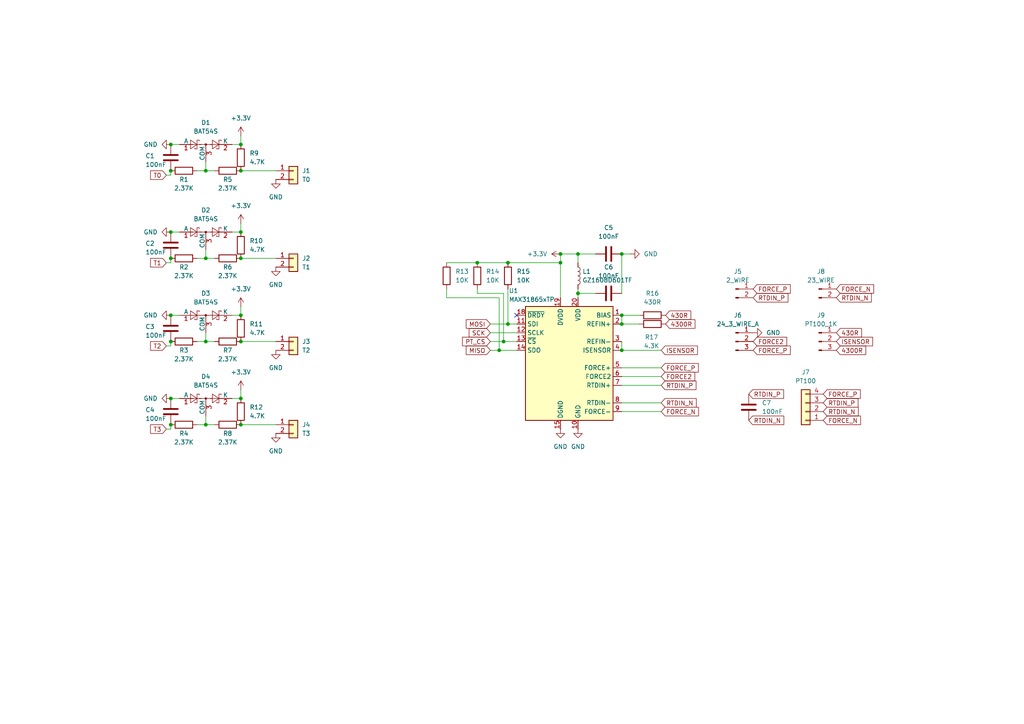
<source format=kicad_sch>
(kicad_sch (version 20231120) (generator "eeschema") (generator_version "8.0")
  (paper "A4")
  (title_block (title "CANBus Checkpoint") (date "2024-05-18") (rev "v1.1.0") (comment 1 "creativecommons.org/licenses/by-sa/4.0/") (comment 2 "License: CC BY-SA 4.0") (comment 3 "Author: Michael Smith"))
  (lib_symbols
    (symbol "Connector:Conn_01x02_Pin" (pin_names (offset 1.016) hide)
      (property "Reference" "J" (at 0 2.54 0))
      (property "Value" "Conn_01x02_Pin" (at 0 -5.08 0))
      (symbol "Conn_01x02_Pin_1_1"
        (polyline (pts (xy 1.27 -2.54) (xy 0.8636 -2.54)) (stroke (width 0.1524)))
        (polyline (pts (xy 1.27 0) (xy 0.8636 0)) (stroke (width 0.1524)))
        (rectangle (start 0.8636 -2.413) (end 0 -2.667) (stroke (width 0.1524)) (fill (type outline)))
        (rectangle (start 0.8636 0.127) (end 0 -0.127) (stroke (width 0.1524)) (fill (type outline)))
        (pin passive line (at 5.08 0 180) (length 3.81) (name "Pin_1") (number "1"))
        (pin passive line (at 5.08 -2.54 180) (length 3.81) (name "Pin_2") (number "2"))
      )
    )
    (symbol "Connector:Conn_01x03_Pin" (pin_names (offset 1.016) hide)
      (property "Reference" "J" (at 0 5.08 0))
      (property "Value" "Conn_01x03_Pin" (at 0 -5.08 0))
      (symbol "Conn_01x03_Pin_1_1"
        (polyline (pts (xy 1.27 -2.54) (xy 0.8636 -2.54)) (stroke (width 0.1524)))
        (polyline (pts (xy 1.27 0) (xy 0.8636 0)) (stroke (width 0.1524)))
        (polyline (pts (xy 1.27 2.54) (xy 0.8636 2.54)) (stroke (width 0.1524)))
        (rectangle (start 0.8636 -2.413) (end 0 -2.667) (stroke (width 0.1524)) (fill (type outline)))
        (rectangle (start 0.8636 0.127) (end 0 -0.127) (stroke (width 0.1524)) (fill (type outline)))
        (rectangle (start 0.8636 2.667) (end 0 2.413) (stroke (width 0.1524)) (fill (type outline)))
        (pin passive line (at 5.08 2.54 180) (length 3.81) (name "Pin_1") (number "1"))
        (pin passive line (at 5.08 0 180) (length 3.81) (name "Pin_2") (number "2"))
        (pin passive line (at 5.08 -2.54 180) (length 3.81) (name "Pin_3") (number "3"))
      )
    )
    (symbol "Connector_Generic:Conn_01x02" (pin_names (offset 1.016) hide)
      (property "Reference" "J" (at 0 2.54 0))
      (property "Value" "Conn_01x02" (at 0 -5.08 0))
      (symbol "Conn_01x02_1_1"
        (rectangle (start -1.27 -2.413) (end 0 -2.667) (stroke (width 0.1524)))
        (rectangle (start -1.27 0.127) (end 0 -0.127) (stroke (width 0.1524)))
        (rectangle (start -1.27 1.27) (end 1.27 -3.81) (stroke (width 0.254)) (fill (type background)))
        (pin passive line (at -5.08 0 0) (length 3.81) (name "Pin_1") (number "1"))
        (pin passive line (at -5.08 -2.54 0) (length 3.81) (name "Pin_2") (number "2"))
      )
    )
    (symbol "Connector_Generic:Conn_01x04" (pin_names (offset 1.016) hide)
      (property "Reference" "J" (at 0 5.08 0))
      (property "Value" "Conn_01x04" (at 0 -7.62 0))
      (symbol "Conn_01x04_1_1"
        (rectangle (start -1.27 -4.953) (end 0 -5.207) (stroke (width 0.1524)))
        (rectangle (start -1.27 -2.413) (end 0 -2.667) (stroke (width 0.1524)))
        (rectangle (start -1.27 0.127) (end 0 -0.127) (stroke (width 0.1524)))
        (rectangle (start -1.27 2.667) (end 0 2.413) (stroke (width 0.1524)))
        (rectangle (start -1.27 3.81) (end 1.27 -6.35) (stroke (width 0.254)) (fill (type background)))
        (pin passive line (at -5.08 2.54 0) (length 3.81) (name "Pin_1") (number "1"))
        (pin passive line (at -5.08 0 0) (length 3.81) (name "Pin_2") (number "2"))
        (pin passive line (at -5.08 -2.54 0) (length 3.81) (name "Pin_3") (number "3"))
        (pin passive line (at -5.08 -5.08 0) (length 3.81) (name "Pin_4") (number "4"))
      )
    )
    (symbol "Device:C" (pin_numbers hide) (pin_names (offset 0.254))
      (property "Reference" "C" (at 0.635 2.54 0))
      (property "Value" "C" (at 0.635 -2.54 0))
      (symbol "C_0_1"
        (polyline (pts (xy -2.032 -0.762) (xy 2.032 -0.762)) (stroke (width 0.508)))
        (polyline (pts (xy -2.032 0.762) (xy 2.032 0.762)) (stroke (width 0.508)))
      )
      (symbol "C_1_1"
        (pin passive line (at 0 3.81 270) (length 2.794) (name "~") (number "1"))
        (pin passive line (at 0 -3.81 90) (length 2.794) (name "~") (number "2"))
      )
    )
    (symbol "Device:L" (pin_numbers hide) (pin_names (offset 1.016) hide)
      (property "Reference" "L" (at -1.27 0 90))
      (property "Value" "L" (at 1.905 0 90))
      (symbol "L_0_1"
        (arc (start 0 -2.54) (mid 0.6323 -1.905) (end 0 -1.27))
        (arc (start 0 -1.27) (mid 0.6323 -0.635) (end 0 0))
        (arc (start 0 0) (mid 0.6323 0.635) (end 0 1.27))
        (arc (start 0 1.27) (mid 0.6323 1.905) (end 0 2.54))
      )
      (symbol "L_1_1"
        (pin passive line (at 0 3.81 270) (length 1.27) (name "1") (number "1"))
        (pin passive line (at 0 -3.81 90) (length 1.27) (name "2") (number "2"))
      )
    )
    (symbol "Device:R" (pin_numbers hide) (pin_names (offset 0))
      (property "Reference" "R" (at 2.032 0 90))
      (property "Value" "R" (at 0 0 90))
      (symbol "R_0_1"
        (rectangle (start -1.016 -2.54) (end 1.016 2.54) (stroke (width 0.254)))
      )
      (symbol "R_1_1"
        (pin passive line (at 0 3.81 270) (length 1.27) (name "~") (number "1"))
        (pin passive line (at 0 -3.81 90) (length 1.27) (name "~") (number "2"))
      )
    )
    (symbol "Diode:BAT54S" (pin_names (offset 0))
      (property "Reference" "D" (at 2.54 -5.08 0))
      (property "Value" "BAT54S" (at -6.35 3.175 0))
      (symbol "BAT54S_0_1"
        (polyline (pts (xy -3.81 0) (xy -1.27 0)))
        (polyline (pts (xy -3.175 -1.27) (xy -3.175 -1.016)))
        (polyline (pts (xy -2.54 -1.27) (xy -3.175 -1.27)))
        (polyline (pts (xy -2.54 -1.27) (xy -2.54 1.27)))
        (polyline (pts (xy -2.54 1.27) (xy -1.905 1.27)))
        (polyline (pts (xy -1.905 0) (xy 1.905 0)))
        (polyline (pts (xy -1.905 1.27) (xy -1.905 1.016)))
        (polyline (pts (xy 1.27 0) (xy 3.81 0)))
        (polyline (pts (xy 3.175 -1.27) (xy 3.175 -1.016)))
        (polyline (pts (xy 3.81 -1.27) (xy 3.175 -1.27)))
        (polyline (pts (xy 3.81 -1.27) (xy 3.81 1.27)))
        (polyline (pts (xy 3.81 1.27) (xy 4.445 1.27)))
        (polyline (pts (xy 4.445 1.27) (xy 4.445 1.016)))
        (polyline (pts (xy -4.445 1.27) (xy -4.445 -1.27) (xy -2.54 0) (xy -4.445 1.27)))
        (polyline (pts (xy 1.905 1.27) (xy 1.905 -1.27) (xy 3.81 0) (xy 1.905 1.27)))
        (circle (center 0 0) (radius 0.254) (fill (type outline)))
      )
      (symbol "BAT54S_1_1"
        (pin passive line (at -7.62 0 0) (length 3.81) (name "A") (number "1"))
        (pin passive line (at 7.62 0 180) (length 3.81) (name "K") (number "2"))
        (pin passive line (at 0 -5.08 90) (length 5.08) (name "COM") (number "3"))
      )
    )
    (symbol "Sensor_Temperature:MAX31865xTP"
      (property "Reference" "U" (at -11.43 19.05 0))
      (property "Value" "MAX31865xTP" (at 10.16 19.05 0))
      (symbol "MAX31865xTP_0_1"
        (rectangle (start -12.7 17.78) (end 12.7 -15.24) (stroke (width 0.254)) (fill (type background)))
      )
      (symbol "MAX31865xTP_1_1"
        (pin power_out line (at 15.24 15.24 180) (length 2.54) (name "BIAS") (number "1"))
        (pin power_in line (at 2.54 -17.78 90) (length 2.54) (name "GND") (number "10"))
        (pin input line (at -15.24 12.7 0) (length 2.54) (name "SDI") (number "11"))
        (pin input line (at -15.24 10.16 0) (length 2.54) (name "SCLK") (number "12"))
        (pin input line (at -15.24 7.62 0) (length 2.54) (name "~{CS}") (number "13"))
        (pin tri_state line (at -15.24 5.08 0) (length 2.54) (name "SDO") (number "14"))
        (pin power_in line (at -2.54 -17.78 90) (length 2.54) (name "DGND") (number "15"))
        (pin passive line (at 2.54 -17.78 90) (length 2.54) hide (name "GND") (number "16"))
        (pin no_connect line (at -12.7 -2.54 0) (length 2.54) hide (name "NC") (number "17"))
        (pin output line (at -15.24 15.24 0) (length 2.54) (name "~{DRDY}") (number "18"))
        (pin power_in line (at -2.54 20.32 270) (length 2.54) (name "DVDD") (number "19"))
        (pin input line (at 15.24 12.7 180) (length 2.54) (name "REFIN+") (number "2"))
        (pin power_in line (at 2.54 20.32 270) (length 2.54) (name "VDD") (number "20"))
        (pin passive line (at 2.54 -17.78 90) (length 2.54) hide (name "GND") (number "21"))
        (pin input line (at 15.24 7.62 180) (length 2.54) (name "REFIN-") (number "3"))
        (pin passive line (at 15.24 5.08 180) (length 2.54) (name "ISENSOR") (number "4"))
        (pin passive line (at 15.24 0 180) (length 2.54) (name "FORCE+") (number "5"))
        (pin input line (at 15.24 -2.54 180) (length 2.54) (name "FORCE2") (number "6"))
        (pin input line (at 15.24 -5.08 180) (length 2.54) (name "RTDIN+") (number "7"))
        (pin input line (at 15.24 -10.16 180) (length 2.54) (name "RTDIN-") (number "8"))
        (pin power_out line (at 15.24 -12.7 180) (length 2.54) (name "FORCE-") (number "9"))
      )
    )
    (symbol "power:+3.3V" (power) (pin_numbers hide) (pin_names (offset 0) hide)
      (property "Value" "+3.3V" (at 0 3.556 0))
      (symbol "+3.3V_0_1"
        (polyline (pts (xy -0.762 1.27) (xy 0 2.54)))
        (polyline (pts (xy 0 0) (xy 0 2.54)))
        (polyline (pts (xy 0 2.54) (xy 0.762 1.27)))
      )
      (symbol "+3.3V_1_1"
        (pin power_in line (at 0 0 90) (length 0) (name "~") (number "1"))
      )
    )
    (symbol "power:GND" (power) (pin_numbers hide) (pin_names (offset 0) hide)
      (property "Value" "GND" (at 0 -3.81 0))
      (symbol "GND_0_1"
        (polyline (pts (xy 0 0) (xy 0 -1.27) (xy 1.27 -1.27) (xy 0 -2.54) (xy -1.27 -1.27) (xy 0 -1.27)))
      )
      (symbol "GND_1_1"
        (pin power_in line (at 0 0 270) (length 0) (name "~") (number "1"))
      )
    )
  )
  (junction (at 59.69 74.93))
  (junction (at 49.53 74.93))
  (junction (at 49.53 115.57))
  (junction (at 180.34 93.98))
  (junction (at 138.43 76.2))
  (junction (at 69.85 91.44))
  (junction (at 59.69 99.06))
  (junction (at 147.32 76.2))
  (junction (at 49.53 91.44))
  (junction (at 162.56 76.2))
  (junction (at 69.85 74.93))
  (junction (at 180.34 73.66))
  (junction (at 180.34 91.44))
  (junction (at 69.85 99.06))
  (junction (at 144.78 101.6))
  (junction (at 49.53 49.53))
  (junction (at 167.64 73.66))
  (junction (at 59.69 49.53))
  (junction (at 147.32 93.98))
  (junction (at 146.05 99.06))
  (junction (at 49.53 99.06))
  (junction (at 49.53 123.19))
  (junction (at 69.85 115.57))
  (junction (at 162.56 73.66))
  (junction (at 69.85 49.53))
  (junction (at 69.85 67.31))
  (junction (at 180.34 101.6))
  (junction (at 49.53 41.91))
  (junction (at 69.85 41.91))
  (junction (at 59.69 123.19))
  (junction (at 167.64 85.09))
  (junction (at 49.53 67.31))
  (junction (at 69.85 123.19))
  (no_connect (at 149.86 91.44))
  (wire (pts (xy 147.32 93.98) (xy 149.86 93.98)))
  (wire (pts (xy 138.43 76.2) (xy 147.32 76.2)))
  (wire (pts (xy 59.69 120.65) (xy 59.69 123.19)))
  (wire (pts (xy 172.72 73.66) (xy 167.64 73.66)))
  (wire (pts (xy 67.31 115.57) (xy 69.85 115.57)))
  (wire (pts (xy 59.69 46.99) (xy 59.69 49.53)))
  (wire (pts (xy 167.64 73.66) (xy 167.64 76.2)))
  (wire (pts (xy 180.34 119.38) (xy 191.77 119.38)))
  (wire (pts (xy 57.15 49.53) (xy 59.69 49.53)))
  (wire (pts (xy 147.32 76.2) (xy 162.56 76.2)))
  (wire (pts (xy 180.34 111.76) (xy 191.77 111.76)))
  (wire (pts (xy 180.34 93.98) (xy 180.34 91.44)))
  (wire (pts (xy 59.69 99.06) (xy 62.23 99.06)))
  (wire (pts (xy 49.53 91.44) (xy 52.07 91.44)))
  (wire (pts (xy 49.53 41.91) (xy 52.07 41.91)))
  (wire (pts (xy 48.26 124.46) (xy 49.53 124.46)))
  (wire (pts (xy 180.34 73.66) (xy 182.88 73.66)))
  (wire (pts (xy 49.53 74.93) (xy 49.53 76.2)))
  (wire (pts (xy 49.53 123.19) (xy 49.53 124.46)))
  (wire (pts (xy 129.54 86.36) (xy 129.54 83.82)))
  (wire (pts (xy 59.69 49.53) (xy 62.23 49.53)))
  (wire (pts (xy 49.53 115.57) (xy 52.07 115.57)))
  (wire (pts (xy 167.64 83.82) (xy 167.64 85.09)))
  (wire (pts (xy 48.26 50.8) (xy 49.53 50.8)))
  (wire (pts (xy 69.85 39.37) (xy 69.85 41.91)))
  (wire (pts (xy 191.77 101.6) (xy 180.34 101.6)))
  (wire (pts (xy 59.69 96.52) (xy 59.69 99.06)))
  (wire (pts (xy 142.24 96.52) (xy 149.86 96.52)))
  (wire (pts (xy 57.15 74.93) (xy 59.69 74.93)))
  (wire (pts (xy 167.64 85.09) (xy 167.64 86.36)))
  (wire (pts (xy 69.85 74.93) (xy 80.01 74.93)))
  (wire (pts (xy 69.85 64.77) (xy 69.85 67.31)))
  (wire (pts (xy 180.34 73.66) (xy 180.34 85.09)))
  (wire (pts (xy 180.34 93.98) (xy 185.42 93.98)))
  (wire (pts (xy 69.85 113.03) (xy 69.85 115.57)))
  (wire (pts (xy 144.78 101.6) (xy 149.86 101.6)))
  (wire (pts (xy 162.56 76.2) (xy 162.56 86.36)))
  (wire (pts (xy 59.69 72.39) (xy 59.69 74.93)))
  (wire (pts (xy 57.15 123.19) (xy 59.69 123.19)))
  (wire (pts (xy 144.78 86.36) (xy 144.78 101.6)))
  (wire (pts (xy 180.34 106.68) (xy 191.77 106.68)))
  (wire (pts (xy 129.54 76.2) (xy 138.43 76.2)))
  (wire (pts (xy 180.34 91.44) (xy 185.42 91.44)))
  (wire (pts (xy 162.56 73.66) (xy 167.64 73.66)))
  (wire (pts (xy 59.69 123.19) (xy 62.23 123.19)))
  (wire (pts (xy 67.31 67.31) (xy 69.85 67.31)))
  (wire (pts (xy 142.24 101.6) (xy 144.78 101.6)))
  (wire (pts (xy 138.43 85.09) (xy 138.43 83.82)))
  (wire (pts (xy 180.34 116.84) (xy 191.77 116.84)))
  (wire (pts (xy 48.26 100.33) (xy 49.53 100.33)))
  (wire (pts (xy 67.31 91.44) (xy 69.85 91.44)))
  (wire (pts (xy 49.53 49.53) (xy 49.53 50.8)))
  (wire (pts (xy 69.85 99.06) (xy 80.01 99.06)))
  (wire (pts (xy 180.34 109.22) (xy 191.77 109.22)))
  (wire (pts (xy 142.24 93.98) (xy 147.32 93.98)))
  (wire (pts (xy 69.85 49.53) (xy 80.01 49.53)))
  (wire (pts (xy 146.05 85.09) (xy 138.43 85.09)))
  (wire (pts (xy 69.85 123.19) (xy 80.01 123.19)))
  (wire (pts (xy 146.05 85.09) (xy 146.05 99.06)))
  (wire (pts (xy 49.53 67.31) (xy 52.07 67.31)))
  (wire (pts (xy 144.78 86.36) (xy 129.54 86.36)))
  (wire (pts (xy 69.85 88.9) (xy 69.85 91.44)))
  (wire (pts (xy 142.24 99.06) (xy 146.05 99.06)))
  (wire (pts (xy 146.05 99.06) (xy 149.86 99.06)))
  (wire (pts (xy 48.26 76.2) (xy 49.53 76.2)))
  (wire (pts (xy 67.31 41.91) (xy 69.85 41.91)))
  (wire (pts (xy 180.34 101.6) (xy 180.34 99.06)))
  (wire (pts (xy 49.53 99.06) (xy 49.53 100.33)))
  (wire (pts (xy 147.32 83.82) (xy 147.32 93.98)))
  (wire (pts (xy 172.72 85.09) (xy 167.64 85.09)))
  (wire (pts (xy 57.15 99.06) (xy 59.69 99.06)))
  (wire (pts (xy 59.69 74.93) (xy 62.23 74.93)))
  (wire (pts (xy 162.56 73.66) (xy 162.56 76.2)))
  (global_label "FORCE_N" (shape input) (at 191.77 119.38 0) (property "Intersheetrefs" "${INTERSHEET_REFS}" (effects (hide yes))))
  (global_label "RTDIN_P" (shape input) (at 218.44 86.36 0) (property "Intersheetrefs" "${INTERSHEET_REFS}" (effects (hide yes))))
  (global_label "FORCE_N" (shape input) (at 242.57 83.82 0) (property "Intersheetrefs" "${INTERSHEET_REFS}" (effects (hide yes))))
  (global_label "FORCE_P" (shape input) (at 191.77 106.68 0) (property "Intersheetrefs" "${INTERSHEET_REFS}" (effects (hide yes))))
  (global_label "RTDIN_P" (shape input) (at 217.17 114.3 0) (property "Intersheetrefs" "${INTERSHEET_REFS}" (effects (hide yes))))
  (global_label "MOSI" (shape input) (at 142.24 93.98 180) (property "Intersheetrefs" "${INTERSHEET_REFS}" (effects (hide yes))))
  (global_label "RTDIN_N" (shape input) (at 191.77 116.84 0) (property "Intersheetrefs" "${INTERSHEET_REFS}" (effects (hide yes))))
  (global_label "T2" (shape input) (at 48.26 100.33 180) (property "Intersheetrefs" "${INTERSHEET_REFS}" (effects (hide yes))))
  (global_label "430R" (shape input) (at 242.57 96.52 0) (property "Intersheetrefs" "${INTERSHEET_REFS}" (effects (hide yes))))
  (global_label "FORCE2" (shape input) (at 191.77 109.22 0) (property "Intersheetrefs" "${INTERSHEET_REFS}" (effects (hide yes))))
  (global_label "RTDIN_N" (shape input) (at 242.57 86.36 0) (property "Intersheetrefs" "${INTERSHEET_REFS}" (effects (hide yes))))
  (global_label "RTDIN_P" (shape input) (at 238.76 116.84 0) (property "Intersheetrefs" "${INTERSHEET_REFS}" (effects (hide yes))))
  (global_label "RTDIN_N" (shape input) (at 238.76 119.38 0) (property "Intersheetrefs" "${INTERSHEET_REFS}" (effects (hide yes))))
  (global_label "T3" (shape input) (at 48.26 124.46 180) (property "Intersheetrefs" "${INTERSHEET_REFS}" (effects (hide yes))))
  (global_label "PT_CS" (shape input) (at 142.24 99.06 180) (property "Intersheetrefs" "${INTERSHEET_REFS}" (effects (hide yes))))
  (global_label "ISENSOR" (shape input) (at 191.77 101.6 0) (property "Intersheetrefs" "${INTERSHEET_REFS}" (effects (hide yes))))
  (global_label "FORCE_P" (shape input) (at 218.44 101.6 0) (property "Intersheetrefs" "${INTERSHEET_REFS}" (effects (hide yes))))
  (global_label "FORCE2" (shape input) (at 218.44 99.06 0) (property "Intersheetrefs" "${INTERSHEET_REFS}" (effects (hide yes))))
  (global_label "ISENSOR" (shape input) (at 242.57 99.06 0) (property "Intersheetrefs" "${INTERSHEET_REFS}" (effects (hide yes))))
  (global_label "RTDIN_P" (shape input) (at 191.77 111.76 0) (property "Intersheetrefs" "${INTERSHEET_REFS}" (effects (hide yes))))
  (global_label "MISO" (shape input) (at 142.24 101.6 180) (property "Intersheetrefs" "${INTERSHEET_REFS}" (effects (hide yes))))
  (global_label "T1" (shape input) (at 48.26 76.2 180) (property "Intersheetrefs" "${INTERSHEET_REFS}" (effects (hide yes))))
  (global_label "4300R" (shape input) (at 242.57 101.6 0) (property "Intersheetrefs" "${INTERSHEET_REFS}" (effects (hide yes))))
  (global_label "FORCE_P" (shape input) (at 238.76 114.3 0) (property "Intersheetrefs" "${INTERSHEET_REFS}" (effects (hide yes))))
  (global_label "4300R" (shape input) (at 193.04 93.98 0) (property "Intersheetrefs" "${INTERSHEET_REFS}" (effects (hide yes))))
  (global_label "T0" (shape input) (at 48.26 50.8 180) (property "Intersheetrefs" "${INTERSHEET_REFS}" (effects (hide yes))))
  (global_label "RTDIN_N" (shape input) (at 217.17 121.92 0) (property "Intersheetrefs" "${INTERSHEET_REFS}" (effects (hide yes))))
  (global_label "SCK" (shape input) (at 142.24 96.52 180) (property "Intersheetrefs" "${INTERSHEET_REFS}" (effects (hide yes))))
  (global_label "430R" (shape input) (at 193.04 91.44 0) (property "Intersheetrefs" "${INTERSHEET_REFS}" (effects (hide yes))))
  (global_label "FORCE_P" (shape input) (at 218.44 83.82 0) (property "Intersheetrefs" "${INTERSHEET_REFS}" (effects (hide yes))))
  (global_label "FORCE_N" (shape input) (at 238.76 121.92 0) (property "Intersheetrefs" "${INTERSHEET_REFS}" (effects (hide yes))))
  (symbol (lib_id "power:+3.3V") (at 69.85 39.37 0) (unit 1)
    (property "Reference" "#PWR05" (effects (hide yes)))
    (property "Value" "+3.3V" (at 69.85 34.29 0))
    (property "Description" "Power symbol creates a global label with name \"+3.3V\"" (effects (hide yes)))
  )
  (symbol (lib_id "Device:R") (at 138.43 80.01 0) (unit 1)
    (property "Reference" "R14" (at 140.97 78.7399 0) (effects (justify left)))
    (property "Value" "10K" (at 140.97 81.2799 0) (effects (justify left)))
    (property "Footprint" "Resistor_SMD:R_0603_1608Metric" (effects (hide yes)))
    (property "Description" "Resistor" (effects (hide yes)))
  )
  (symbol (lib_id "power:GND") (at 218.44 96.52 90) (unit 1)
    (property "Reference" "#PWR017" (effects (hide yes)))
    (property "Value" "GND" (at 222.25 96.5199 90) (effects (justify right)))
    (property "Description" "Power symbol creates a global label with name \"GND\" , ground" (effects (hide yes)))
  )
  (symbol (lib_id "Device:C") (at 217.17 118.11 0) (unit 1)
    (property "Reference" "C7" (at 220.98 116.8399 0) (effects (justify left)))
    (property "Value" "100nF" (at 220.98 119.3799 0) (effects (justify left)))
    (property "Footprint" "Capacitor_SMD:C_0402_1005Metric" (effects (hide yes)))
    (property "Description" "Unpolarized capacitor" (effects (hide yes)))
  )
  (symbol (lib_id "Device:R") (at 53.34 74.93 90) (unit 1)
    (property "Reference" "R2" (at 53.34 77.47 90))
    (property "Value" "2.37K" (at 53.34 80.01 90))
    (property "Footprint" "Resistor_SMD:R_0603_1608Metric" (effects (hide yes)))
    (property "Description" "Resistor" (effects (hide yes)))
  )
  (symbol (lib_id "Device:R") (at 66.04 123.19 90) (unit 1)
    (property "Reference" "R8" (at 66.04 125.73 90))
    (property "Value" "2.37K" (at 66.04 128.27 90))
    (property "Footprint" "Resistor_SMD:R_0603_1608Metric" (effects (hide yes)))
    (property "Description" "Resistor" (effects (hide yes)))
  )
  (symbol (lib_id "power:+3.3V") (at 69.85 88.9 0) (unit 1)
    (property "Reference" "#PWR07" (effects (hide yes)))
    (property "Value" "+3.3V" (at 69.85 83.82 0))
    (property "Description" "Power symbol creates a global label with name \"+3.3V\"" (effects (hide yes)))
  )
  (symbol (lib_id "Connector:Conn_01x03_Pin") (at 237.49 99.06 0) (unit 1)
    (property "Reference" "J9" (at 238.125 91.44 0))
    (property "Value" "PT100_1K" (at 238.125 93.98 0))
    (property "Footprint" "Connector_PinHeader_2.54mm:PinHeader_1x03_P2.54mm_Vertical" (effects (hide yes)))
    (property "Description" "Generic connector, single row, 01x03, script generated" (effects (hide yes)))
  )
  (symbol (lib_id "Device:R") (at 53.34 123.19 90) (unit 1)
    (property "Reference" "R4" (at 53.34 125.73 90))
    (property "Value" "2.37K" (at 53.34 128.27 90))
    (property "Footprint" "Resistor_SMD:R_0603_1608Metric" (effects (hide yes)))
    (property "Description" "Resistor" (effects (hide yes)))
  )
  (symbol (lib_id "Diode:BAT54S") (at 59.69 91.44 0) (unit 1)
    (property "Reference" "D3" (at 59.69 85.09 0))
    (property "Value" "BAT54S" (at 59.69 87.63 0))
    (property "Footprint" "Package_TO_SOT_SMD:SOT-23" (effects (hide yes)))
    (property "Datasheet" "https://www.diodes.com/assets/Datasheets/ds11005.pdf" (effects (hide yes)))
    (property "Description" "Vr 30V, If 200mA, Dual schottky barrier diode, in series, SOT-323" (effects (hide yes)))
  )
  (symbol (lib_id "Diode:BAT54S") (at 59.69 67.31 0) (unit 1)
    (property "Reference" "D2" (at 59.69 60.96 0))
    (property "Value" "BAT54S" (at 59.69 63.5 0))
    (property "Footprint" "Package_TO_SOT_SMD:SOT-23" (effects (hide yes)))
    (property "Datasheet" "https://www.diodes.com/assets/Datasheets/ds11005.pdf" (effects (hide yes)))
    (property "Description" "Vr 30V, If 200mA, Dual schottky barrier diode, in series, SOT-323" (effects (hide yes)))
  )
  (symbol (lib_id "Device:R") (at 69.85 71.12 0) (unit 1)
    (property "Reference" "R10" (at 72.39 69.8499 0) (effects (justify left)))
    (property "Value" "4.7K" (at 72.39 72.3899 0) (effects (justify left)))
    (property "Footprint" "Resistor_SMD:R_0603_1608Metric" (effects (hide yes)))
    (property "Description" "Resistor" (effects (hide yes)))
  )
  (symbol (lib_id "Device:R") (at 53.34 99.06 90) (unit 1)
    (property "Reference" "R3" (at 53.34 101.6 90))
    (property "Value" "2.37K" (at 53.34 104.14 90))
    (property "Footprint" "Resistor_SMD:R_0603_1608Metric" (effects (hide yes)))
    (property "Description" "Resistor" (effects (hide yes)))
  )
  (symbol (lib_id "Device:R") (at 66.04 49.53 90) (unit 1)
    (property "Reference" "R5" (at 66.04 52.07 90))
    (property "Value" "2.37K" (at 66.04 54.61 90))
    (property "Footprint" "Resistor_SMD:R_0603_1608Metric" (effects (hide yes)))
    (property "Description" "Resistor" (effects (hide yes)))
  )
  (symbol (lib_id "Diode:BAT54S") (at 59.69 115.57 0) (unit 1)
    (property "Reference" "D4" (at 59.69 109.22 0))
    (property "Value" "BAT54S" (at 59.69 111.76 0))
    (property "Footprint" "Package_TO_SOT_SMD:SOT-23" (effects (hide yes)))
    (property "Datasheet" "https://www.diodes.com/assets/Datasheets/ds11005.pdf" (effects (hide yes)))
    (property "Description" "Vr 30V, If 200mA, Dual schottky barrier diode, in series, SOT-323" (effects (hide yes)))
  )
  (symbol (lib_id "Device:R") (at 66.04 99.06 90) (unit 1)
    (property "Reference" "R7" (at 66.04 101.6 90))
    (property "Value" "2.37K" (at 66.04 104.14 90))
    (property "Footprint" "Resistor_SMD:R_0603_1608Metric" (effects (hide yes)))
    (property "Description" "Resistor" (effects (hide yes)))
  )
  (symbol (lib_id "Sensor_Temperature:MAX31865xTP") (at 165.1 106.68 0) (unit 1)
    (property "Reference" "U1" (at 147.574 84.328 0) (effects (justify left)))
    (property "Value" "MAX31865xTP" (at 147.574 86.868 0) (effects (justify left)))
    (property "Footprint" "Package_DFN_QFN:TQFN-20-1EP_5x5mm_P0.65mm_EP3.25x3.25mm" (effects (hide yes)))
    (property "Datasheet" "https://datasheets.maximintegrated.com/en/ds/MAX31865.pdf" (effects (hide yes)))
    (property "Description" "RTD-to-Digital Converter, TQFN-20" (effects (hide yes)))
  )
  (symbol (lib_id "power:GND") (at 182.88 73.66 90) (unit 1)
    (property "Reference" "#PWR016" (effects (hide yes)))
    (property "Value" "GND" (at 186.69 73.6599 90) (effects (justify right)))
    (property "Description" "Power symbol creates a global label with name \"GND\" , ground" (effects (hide yes)))
  )
  (symbol (lib_id "Diode:BAT54S") (at 59.69 41.91 0) (unit 1)
    (property "Reference" "D1" (at 59.69 35.56 0))
    (property "Value" "BAT54S" (at 59.69 38.1 0))
    (property "Footprint" "Package_TO_SOT_SMD:SOT-23" (effects (hide yes)))
    (property "Datasheet" "https://www.diodes.com/assets/Datasheets/ds11005.pdf" (effects (hide yes)))
    (property "Description" "Vr 30V, If 200mA, Dual schottky barrier diode, in series, SOT-323" (effects (hide yes)))
  )
  (symbol (lib_id "power:GND") (at 162.56 124.46 0) (unit 1)
    (property "Reference" "#PWR014" (effects (hide yes)))
    (property "Value" "GND" (at 162.56 129.54 0))
    (property "Description" "Power symbol creates a global label with name \"GND\" , ground" (effects (hide yes)))
  )
  (symbol (lib_id "power:GND") (at 80.01 125.73 0) (unit 1)
    (property "Reference" "#PWR012" (effects (hide yes)))
    (property "Value" "GND" (at 80.01 130.81 0))
    (property "Description" "Power symbol creates a global label with name \"GND\" , ground" (effects (hide yes)))
  )
  (symbol (lib_id "Device:R") (at 69.85 45.72 0) (unit 1)
    (property "Reference" "R9" (at 72.39 44.4499 0) (effects (justify left)))
    (property "Value" "4.7K" (at 72.39 46.9899 0) (effects (justify left)))
    (property "Footprint" "Resistor_SMD:R_0603_1608Metric" (effects (hide yes)))
    (property "Description" "Resistor" (effects (hide yes)))
  )
  (symbol (lib_id "power:GND") (at 80.01 52.07 0) (unit 1)
    (property "Reference" "#PWR09" (effects (hide yes)))
    (property "Value" "GND" (at 80.01 57.15 0))
    (property "Description" "Power symbol creates a global label with name \"GND\" , ground" (effects (hide yes)))
  )
  (symbol (lib_id "power:GND") (at 49.53 115.57 270) (unit 1)
    (property "Reference" "#PWR04" (effects (hide yes)))
    (property "Value" "GND" (at 45.72 115.5699 90) (effects (justify right)))
    (property "Description" "Power symbol creates a global label with name \"GND\" , ground" (effects (hide yes)))
  )
  (symbol (lib_id "Connector_Generic:Conn_01x02") (at 85.09 99.06 0) (unit 1)
    (property "Reference" "J3" (at 87.63 99.0599 0) (effects (justify left)))
    (property "Value" "T2" (at 87.63 101.5999 0) (effects (justify left)))
    (property "Footprint" "Connector_JST:JST_XH_B2B-XH-A_1x02_P2.50mm_Vertical" (effects (hide yes)))
    (property "Description" "Generic connector, single row, 01x02, script generated (kicad-library-utils/schlib/autogen/connector/)" (effects (hide yes)))
  )
  (symbol (lib_id "power:GND") (at 167.64 124.46 0) (unit 1)
    (property "Reference" "#PWR015" (effects (hide yes)))
    (property "Value" "GND" (at 167.64 129.54 0))
    (property "Description" "Power symbol creates a global label with name \"GND\" , ground" (effects (hide yes)))
  )
  (symbol (lib_id "power:+3.3V") (at 69.85 64.77 0) (unit 1)
    (property "Reference" "#PWR06" (effects (hide yes)))
    (property "Value" "+3.3V" (at 69.85 59.69 0))
    (property "Description" "Power symbol creates a global label with name \"+3.3V\"" (effects (hide yes)))
  )
  (symbol (lib_id "Device:C") (at 49.53 95.25 180) (unit 1)
    (property "Reference" "C3" (at 42.164 94.742 0) (effects (justify right)))
    (property "Value" "100nF" (at 42.164 97.282 0) (effects (justify right)))
    (property "Footprint" "Capacitor_SMD:C_0402_1005Metric" (effects (hide yes)))
    (property "Description" "Unpolarized capacitor" (effects (hide yes)))
  )
  (symbol (lib_id "power:GND") (at 80.01 77.47 0) (unit 1)
    (property "Reference" "#PWR010" (effects (hide yes)))
    (property "Value" "GND" (at 80.01 82.55 0))
    (property "Description" "Power symbol creates a global label with name \"GND\" , ground" (effects (hide yes)))
  )
  (symbol (lib_id "Device:R") (at 69.85 119.38 0) (unit 1)
    (property "Reference" "R12" (at 72.39 118.1099 0) (effects (justify left)))
    (property "Value" "4.7K" (at 72.39 120.6499 0) (effects (justify left)))
    (property "Footprint" "Resistor_SMD:R_0603_1608Metric" (effects (hide yes)))
    (property "Description" "Resistor" (effects (hide yes)))
  )
  (symbol (lib_id "power:GND") (at 49.53 41.91 270) (unit 1)
    (property "Reference" "#PWR01" (effects (hide yes)))
    (property "Value" "GND" (at 45.72 41.9099 90) (effects (justify right)))
    (property "Description" "Power symbol creates a global label with name \"GND\" , ground" (effects (hide yes)))
  )
  (symbol (lib_id "Connector:Conn_01x02_Pin") (at 237.49 83.82 0) (unit 1)
    (property "Reference" "J8" (at 238.125 78.74 0))
    (property "Value" "23_WIRE" (at 238.125 81.28 0))
    (property "Footprint" "Connector_PinHeader_2.54mm:PinHeader_1x02_P2.54mm_Vertical" (effects (hide yes)))
    (property "Description" "Generic connector, single row, 01x02, script generated" (effects (hide yes)))
  )
  (symbol (lib_id "Connector_Generic:Conn_01x02") (at 85.09 123.19 0) (unit 1)
    (property "Reference" "J4" (at 87.63 123.1899 0) (effects (justify left)))
    (property "Value" "T3" (at 87.63 125.7299 0) (effects (justify left)))
    (property "Footprint" "Connector_JST:JST_XH_B2B-XH-A_1x02_P2.50mm_Vertical" (effects (hide yes)))
    (property "Description" "Generic connector, single row, 01x02, script generated (kicad-library-utils/schlib/autogen/connector/)" (effects (hide yes)))
  )
  (symbol (lib_id "Device:C") (at 49.53 119.38 180) (unit 1)
    (property "Reference" "C4" (at 42.164 118.872 0) (effects (justify right)))
    (property "Value" "100nF" (at 42.164 121.412 0) (effects (justify right)))
    (property "Footprint" "Capacitor_SMD:C_0402_1005Metric" (effects (hide yes)))
    (property "Description" "Unpolarized capacitor" (effects (hide yes)))
  )
  (symbol (lib_id "Device:R") (at 53.34 49.53 90) (unit 1)
    (property "Reference" "R1" (at 53.34 52.07 90))
    (property "Value" "2.37K" (at 53.34 54.61 90))
    (property "Footprint" "Resistor_SMD:R_0603_1608Metric" (effects (hide yes)))
    (property "Description" "Resistor" (effects (hide yes)))
  )
  (symbol (lib_id "Connector:Conn_01x02_Pin") (at 213.36 83.82 0) (unit 1)
    (property "Reference" "J5" (at 213.995 78.74 0))
    (property "Value" "2_WIRE" (at 213.995 81.28 0))
    (property "Footprint" "Connector_PinHeader_2.54mm:PinHeader_1x02_P2.54mm_Vertical" (effects (hide yes)))
    (property "Description" "Generic connector, single row, 01x02, script generated" (effects (hide yes)))
  )
  (symbol (lib_id "Device:R") (at 147.32 80.01 0) (unit 1)
    (property "Reference" "R15" (at 149.86 78.7399 0) (effects (justify left)))
    (property "Value" "10K" (at 149.86 81.2799 0) (effects (justify left)))
    (property "Footprint" "Resistor_SMD:R_0603_1608Metric" (effects (hide yes)))
    (property "Description" "Resistor" (effects (hide yes)))
  )
  (symbol (lib_id "Device:C") (at 49.53 45.72 180) (unit 1)
    (property "Reference" "C1" (at 42.164 45.212 0) (effects (justify right)))
    (property "Value" "100nF" (at 42.164 47.752 0) (effects (justify right)))
    (property "Footprint" "Capacitor_SMD:C_0402_1005Metric" (effects (hide yes)))
    (property "Description" "Unpolarized capacitor" (effects (hide yes)))
  )
  (symbol (lib_id "power:+3.3V") (at 69.85 113.03 0) (unit 1)
    (property "Reference" "#PWR08" (effects (hide yes)))
    (property "Value" "+3.3V" (at 69.85 107.95 0))
    (property "Description" "Power symbol creates a global label with name \"+3.3V\"" (effects (hide yes)))
  )
  (symbol (lib_id "power:GND") (at 80.01 101.6 0) (unit 1)
    (property "Reference" "#PWR011" (effects (hide yes)))
    (property "Value" "GND" (at 80.01 106.68 0))
    (property "Description" "Power symbol creates a global label with name \"GND\" , ground" (effects (hide yes)))
  )
  (symbol (lib_id "Connector_Generic:Conn_01x04") (at 233.68 119.38 180) (unit 1)
    (property "Reference" "J7" (at 233.68 107.95 0))
    (property "Value" "PT100" (at 233.68 110.49 0))
    (property "Footprint" "Connector_JST:JST_XH_B4B-XH-A_1x04_P2.50mm_Vertical" (effects (hide yes)))
    (property "Description" "Generic connector, single row, 01x04, script generated (kicad-library-utils/schlib/autogen/connector/)" (effects (hide yes)))
  )
  (symbol (lib_id "Device:C") (at 176.53 73.66 90) (unit 1)
    (property "Reference" "C5" (at 176.53 66.04 90))
    (property "Value" "100nF" (at 176.53 68.58 90))
    (property "Footprint" "Capacitor_SMD:C_0402_1005Metric" (effects (hide yes)))
    (property "Description" "Unpolarized capacitor" (effects (hide yes)))
  )
  (symbol (lib_id "Connector_Generic:Conn_01x02") (at 85.09 49.53 0) (unit 1)
    (property "Reference" "J1" (at 87.63 49.5299 0) (effects (justify left)))
    (property "Value" "T0" (at 87.63 52.0699 0) (effects (justify left)))
    (property "Footprint" "Connector_JST:JST_XH_B2B-XH-A_1x02_P2.50mm_Vertical" (effects (hide yes)))
    (property "Description" "Generic connector, single row, 01x02, script generated (kicad-library-utils/schlib/autogen/connector/)" (effects (hide yes)))
  )
  (symbol (lib_id "Connector_Generic:Conn_01x02") (at 85.09 74.93 0) (unit 1)
    (property "Reference" "J2" (at 87.63 74.9299 0) (effects (justify left)))
    (property "Value" "T1" (at 87.63 77.4699 0) (effects (justify left)))
    (property "Footprint" "Connector_JST:JST_XH_B2B-XH-A_1x02_P2.50mm_Vertical" (effects (hide yes)))
    (property "Description" "Generic connector, single row, 01x02, script generated (kicad-library-utils/schlib/autogen/connector/)" (effects (hide yes)))
  )
  (symbol (lib_id "Device:L") (at 167.64 80.01 0) (unit 1)
    (property "Reference" "L1" (at 168.91 78.7399 0) (effects (justify left)))
    (property "Value" "GZ1608D601TF" (at 168.91 81.2799 0) (effects (justify left)))
    (property "Footprint" "Inductor_SMD:L_0603_1608Metric" (effects (hide yes)))
    (property "Description" "Inductor" (effects (hide yes)))
  )
  (symbol (lib_id "power:GND") (at 49.53 91.44 270) (unit 1)
    (property "Reference" "#PWR03" (effects (hide yes)))
    (property "Value" "GND" (at 45.72 91.4399 90) (effects (justify right)))
    (property "Description" "Power symbol creates a global label with name \"GND\" , ground" (effects (hide yes)))
  )
  (symbol (lib_id "power:+3.3V") (at 162.56 73.66 90) (unit 1)
    (property "Reference" "#PWR013" (effects (hide yes)))
    (property "Value" "+3.3V" (at 158.75 73.6599 90) (effects (justify left)))
    (property "Description" "Power symbol creates a global label with name \"+3.3V\"" (effects (hide yes)))
  )
  (symbol (lib_id "power:GND") (at 49.53 67.31 270) (unit 1)
    (property "Reference" "#PWR02" (effects (hide yes)))
    (property "Value" "GND" (at 45.72 67.3099 90) (effects (justify right)))
    (property "Description" "Power symbol creates a global label with name \"GND\" , ground" (effects (hide yes)))
  )
  (symbol (lib_id "Device:R") (at 189.23 91.44 90) (unit 1)
    (property "Reference" "R16" (at 189.23 85.09 90))
    (property "Value" "430R" (at 189.23 87.63 90))
    (property "Footprint" "Resistor_SMD:R_0603_1608Metric" (effects (hide yes)))
    (property "Description" "Resistor" (effects (hide yes)))
  )
  (symbol (lib_id "Device:C") (at 176.53 85.09 90) (unit 1)
    (property "Reference" "C6" (at 176.53 77.47 90))
    (property "Value" "100nF" (at 176.53 80.01 90))
    (property "Footprint" "Capacitor_SMD:C_0402_1005Metric" (effects (hide yes)))
    (property "Description" "Unpolarized capacitor" (effects (hide yes)))
  )
  (symbol (lib_id "Device:R") (at 129.54 80.01 0) (unit 1)
    (property "Reference" "R13" (at 132.08 78.7399 0) (effects (justify left)))
    (property "Value" "10K" (at 132.08 81.2799 0) (effects (justify left)))
    (property "Footprint" "Resistor_SMD:R_0603_1608Metric" (effects (hide yes)))
    (property "Description" "Resistor" (effects (hide yes)))
  )
  (symbol (lib_id "Device:R") (at 69.85 95.25 0) (unit 1)
    (property "Reference" "R11" (at 72.39 93.9799 0) (effects (justify left)))
    (property "Value" "4.7K" (at 72.39 96.5199 0) (effects (justify left)))
    (property "Footprint" "Resistor_SMD:R_0603_1608Metric" (effects (hide yes)))
    (property "Description" "Resistor" (effects (hide yes)))
  )
  (symbol (lib_id "Connector:Conn_01x03_Pin") (at 213.36 99.06 0) (unit 1)
    (property "Reference" "J6" (at 213.995 91.44 0))
    (property "Value" "24_3_WIRE_A" (at 213.995 93.98 0))
    (property "Footprint" "Connector_PinHeader_2.54mm:PinHeader_1x03_P2.54mm_Vertical" (effects (hide yes)))
    (property "Description" "Generic connector, single row, 01x03, script generated" (effects (hide yes)))
  )
  (symbol (lib_id "Device:R") (at 189.23 93.98 90) (unit 1)
    (property "Reference" "R17" (at 188.976 97.79 90))
    (property "Value" "4.3K" (at 188.976 100.33 90))
    (property "Footprint" "Resistor_SMD:R_0603_1608Metric" (effects (hide yes)))
    (property "Description" "Resistor" (effects (hide yes)))
  )
  (symbol (lib_id "Device:C") (at 49.53 71.12 180) (unit 1)
    (property "Reference" "C2" (at 42.164 70.612 0) (effects (justify right)))
    (property "Value" "100nF" (at 42.164 73.152 0) (effects (justify right)))
    (property "Footprint" "Capacitor_SMD:C_0402_1005Metric" (effects (hide yes)))
    (property "Description" "Unpolarized capacitor" (effects (hide yes)))
  )
  (symbol (lib_id "Device:R") (at 66.04 74.93 90) (unit 1)
    (property "Reference" "R6" (at 66.04 77.47 90))
    (property "Value" "2.37K" (at 66.04 80.01 90))
    (property "Footprint" "Resistor_SMD:R_0603_1608Metric" (effects (hide yes)))
    (property "Description" "Resistor" (effects (hide yes)))
  )
)
</source>
